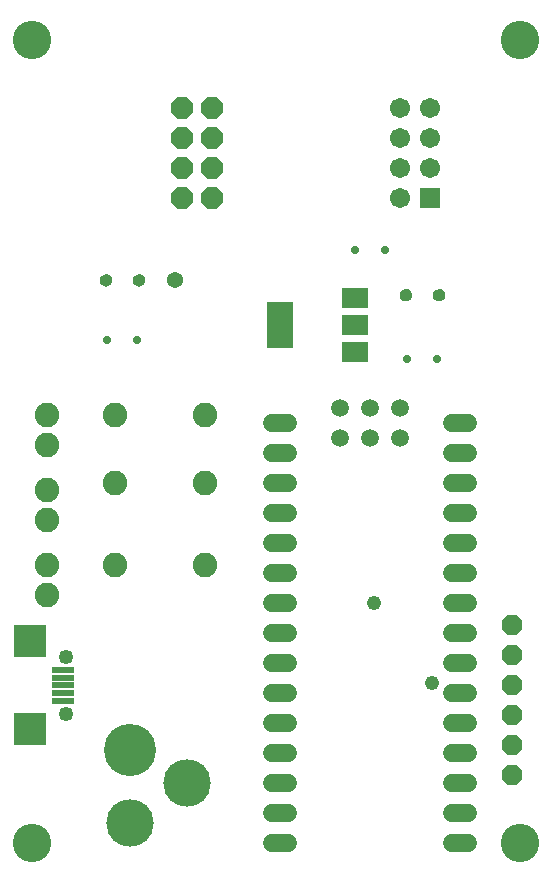
<source format=gts>
G75*
%MOIN*%
%OFA0B0*%
%FSLAX25Y25*%
%IPPOS*%
%LPD*%
%AMOC8*
5,1,8,0,0,1.08239X$1,22.5*
%
%ADD10C,0.12800*%
%ADD11C,0.00500*%
%ADD12C,0.02800*%
%ADD13C,0.17398*%
%ADD14C,0.15824*%
%ADD15C,0.08200*%
%ADD16R,0.08700X0.06700*%
%ADD17R,0.08700X0.15800*%
%ADD18OC8,0.07400*%
%ADD19R,0.06737X0.06737*%
%ADD20C,0.06737*%
%ADD21C,0.05950*%
%ADD22C,0.05950*%
%ADD23OC8,0.06800*%
%ADD24R,0.07690X0.02375*%
%ADD25R,0.10800X0.10800*%
%ADD26C,0.04934*%
%ADD27C,0.05400*%
%ADD28C,0.04800*%
D10*
X0012500Y0027500D03*
X0175000Y0027500D03*
X0175000Y0295000D03*
X0012500Y0295000D03*
D11*
X0036626Y0216690D02*
X0037010Y0216730D01*
X0037391Y0216696D01*
X0037756Y0216578D01*
X0038085Y0216382D01*
X0038362Y0216118D01*
X0038573Y0215798D01*
X0038708Y0215440D01*
X0038760Y0215060D01*
X0038725Y0214660D01*
X0038602Y0214277D01*
X0038396Y0213931D01*
X0038119Y0213640D01*
X0037784Y0213418D01*
X0037408Y0213275D01*
X0037010Y0213220D01*
X0036617Y0213272D01*
X0036245Y0213409D01*
X0035913Y0213625D01*
X0035638Y0213910D01*
X0035432Y0214249D01*
X0035308Y0214626D01*
X0035270Y0215020D01*
X0035317Y0215404D01*
X0035447Y0215767D01*
X0035656Y0216092D01*
X0035931Y0216363D01*
X0036260Y0216566D01*
X0036626Y0216690D01*
X0036000Y0216406D02*
X0038045Y0216406D01*
X0038501Y0215908D02*
X0035537Y0215908D01*
X0035319Y0215409D02*
X0038712Y0215409D01*
X0038747Y0214910D02*
X0035281Y0214910D01*
X0035378Y0214412D02*
X0038645Y0214412D01*
X0038379Y0213913D02*
X0035636Y0213913D01*
X0036235Y0213415D02*
X0037777Y0213415D01*
X0046328Y0214626D02*
X0046290Y0215020D01*
X0046337Y0215404D01*
X0046467Y0215767D01*
X0046676Y0216092D01*
X0046951Y0216363D01*
X0047280Y0216566D01*
X0047646Y0216690D01*
X0048030Y0216730D01*
X0048411Y0216696D01*
X0048776Y0216578D01*
X0049105Y0216382D01*
X0049382Y0216118D01*
X0049593Y0215798D01*
X0049728Y0215440D01*
X0049780Y0215060D01*
X0049745Y0214660D01*
X0049622Y0214277D01*
X0049416Y0213931D01*
X0049139Y0213640D01*
X0048804Y0213418D01*
X0048428Y0213275D01*
X0048030Y0213220D01*
X0047637Y0213272D01*
X0047265Y0213409D01*
X0046933Y0213625D01*
X0046658Y0213910D01*
X0046452Y0214249D01*
X0046328Y0214626D01*
X0046399Y0214412D02*
X0049665Y0214412D01*
X0049767Y0214910D02*
X0046301Y0214910D01*
X0046339Y0215409D02*
X0049732Y0215409D01*
X0049521Y0215908D02*
X0046557Y0215908D01*
X0047021Y0216406D02*
X0049065Y0216406D01*
X0049399Y0213913D02*
X0046656Y0213913D01*
X0047255Y0213415D02*
X0048797Y0213415D01*
X0135220Y0209940D02*
X0135255Y0210340D01*
X0135378Y0210723D01*
X0135584Y0211069D01*
X0135861Y0211360D01*
X0136196Y0211582D01*
X0136572Y0211725D01*
X0136970Y0211780D01*
X0137363Y0211728D01*
X0137735Y0211591D01*
X0138067Y0211375D01*
X0138342Y0211090D01*
X0138548Y0210751D01*
X0138672Y0210374D01*
X0138710Y0209980D01*
X0138663Y0209596D01*
X0138533Y0209233D01*
X0138324Y0208908D01*
X0138049Y0208637D01*
X0137720Y0208434D01*
X0137354Y0208310D01*
X0136970Y0208270D01*
X0136589Y0208304D01*
X0136224Y0208422D01*
X0135895Y0208618D01*
X0135618Y0208882D01*
X0135407Y0209202D01*
X0135272Y0209560D01*
X0135220Y0209940D01*
X0135222Y0209925D02*
X0138703Y0209925D01*
X0138656Y0210424D02*
X0135282Y0210424D01*
X0135497Y0210922D02*
X0138444Y0210922D01*
X0137996Y0211421D02*
X0135953Y0211421D01*
X0135322Y0209427D02*
X0138602Y0209427D01*
X0138338Y0208928D02*
X0135588Y0208928D01*
X0136210Y0208430D02*
X0137708Y0208430D01*
X0146292Y0209560D02*
X0146240Y0209940D01*
X0146275Y0210340D01*
X0146398Y0210723D01*
X0146604Y0211069D01*
X0146881Y0211360D01*
X0147216Y0211582D01*
X0147592Y0211725D01*
X0147990Y0211780D01*
X0148383Y0211728D01*
X0148755Y0211591D01*
X0149087Y0211375D01*
X0149362Y0211090D01*
X0149568Y0210751D01*
X0149692Y0210374D01*
X0149730Y0209980D01*
X0149683Y0209596D01*
X0149553Y0209233D01*
X0149344Y0208908D01*
X0149069Y0208637D01*
X0148740Y0208434D01*
X0148374Y0208310D01*
X0147990Y0208270D01*
X0147609Y0208304D01*
X0147244Y0208422D01*
X0146915Y0208618D01*
X0146638Y0208882D01*
X0146427Y0209202D01*
X0146292Y0209560D01*
X0146342Y0209427D02*
X0149622Y0209427D01*
X0149723Y0209925D02*
X0146242Y0209925D01*
X0146302Y0210424D02*
X0149676Y0210424D01*
X0149464Y0210922D02*
X0146517Y0210922D01*
X0146973Y0211421D02*
X0149016Y0211421D01*
X0149358Y0208928D02*
X0146608Y0208928D01*
X0147230Y0208430D02*
X0148728Y0208430D01*
D12*
X0147500Y0188750D03*
X0137500Y0188750D03*
X0130000Y0225000D03*
X0120000Y0225000D03*
X0047500Y0195000D03*
X0037500Y0195000D03*
D13*
X0045000Y0058543D03*
D14*
X0045000Y0033937D03*
X0063898Y0047323D03*
D15*
X0070000Y0120000D03*
X0070000Y0147500D03*
X0070000Y0170000D03*
X0040000Y0170000D03*
X0040000Y0147500D03*
X0040000Y0120000D03*
X0017500Y0120000D03*
X0017500Y0110000D03*
X0017500Y0135000D03*
X0017500Y0145000D03*
X0017500Y0160000D03*
X0017500Y0170000D03*
D16*
X0119900Y0191100D03*
X0119900Y0200100D03*
X0119900Y0209100D03*
D17*
X0095100Y0200000D03*
D18*
X0072500Y0242500D03*
X0072500Y0252500D03*
X0072500Y0262500D03*
X0072500Y0272500D03*
X0062500Y0272500D03*
X0062500Y0262500D03*
X0062500Y0252500D03*
X0062500Y0242500D03*
D19*
X0145000Y0242500D03*
D20*
X0145000Y0252500D03*
X0145000Y0262500D03*
X0145000Y0272500D03*
X0135000Y0272500D03*
X0135000Y0262500D03*
X0135000Y0252500D03*
X0135000Y0242500D03*
D21*
X0152425Y0167500D02*
X0157575Y0167500D01*
X0157575Y0157500D02*
X0152425Y0157500D01*
X0152425Y0147500D02*
X0157575Y0147500D01*
X0157575Y0137500D02*
X0152425Y0137500D01*
X0152425Y0127500D02*
X0157575Y0127500D01*
X0157575Y0117500D02*
X0152425Y0117500D01*
X0152425Y0107500D02*
X0157575Y0107500D01*
X0157575Y0097500D02*
X0152425Y0097500D01*
X0152425Y0087500D02*
X0157575Y0087500D01*
X0157575Y0077500D02*
X0152425Y0077500D01*
X0152425Y0067500D02*
X0157575Y0067500D01*
X0157575Y0057500D02*
X0152425Y0057500D01*
X0152425Y0047500D02*
X0157575Y0047500D01*
X0157575Y0037500D02*
X0152425Y0037500D01*
X0152425Y0027500D02*
X0157575Y0027500D01*
X0097575Y0027500D02*
X0092425Y0027500D01*
X0092425Y0037500D02*
X0097575Y0037500D01*
X0097575Y0047500D02*
X0092425Y0047500D01*
X0092425Y0057500D02*
X0097575Y0057500D01*
X0097575Y0067500D02*
X0092425Y0067500D01*
X0092425Y0077500D02*
X0097575Y0077500D01*
X0097575Y0087500D02*
X0092425Y0087500D01*
X0092425Y0097500D02*
X0097575Y0097500D01*
X0097575Y0107500D02*
X0092425Y0107500D01*
X0092425Y0117500D02*
X0097575Y0117500D01*
X0097575Y0127500D02*
X0092425Y0127500D01*
X0092425Y0137500D02*
X0097575Y0137500D01*
X0097575Y0147500D02*
X0092425Y0147500D01*
X0092425Y0157500D02*
X0097575Y0157500D01*
X0097575Y0167500D02*
X0092425Y0167500D01*
D22*
X0115000Y0162500D03*
X0115000Y0172500D03*
X0125000Y0172500D03*
X0125000Y0162500D03*
X0135000Y0162500D03*
X0135000Y0172500D03*
D23*
X0172500Y0100000D03*
X0172500Y0090000D03*
X0172500Y0080000D03*
X0172500Y0070000D03*
X0172500Y0060000D03*
X0172500Y0050000D03*
D24*
X0022815Y0074882D03*
X0022815Y0077441D03*
X0022815Y0080000D03*
X0022815Y0082559D03*
X0022815Y0085118D03*
D25*
X0011693Y0094665D03*
X0011693Y0065335D03*
D26*
X0023622Y0070453D03*
X0023622Y0089547D03*
D27*
X0060000Y0215000D03*
D28*
X0126250Y0107500D03*
X0145625Y0080625D03*
M02*

</source>
